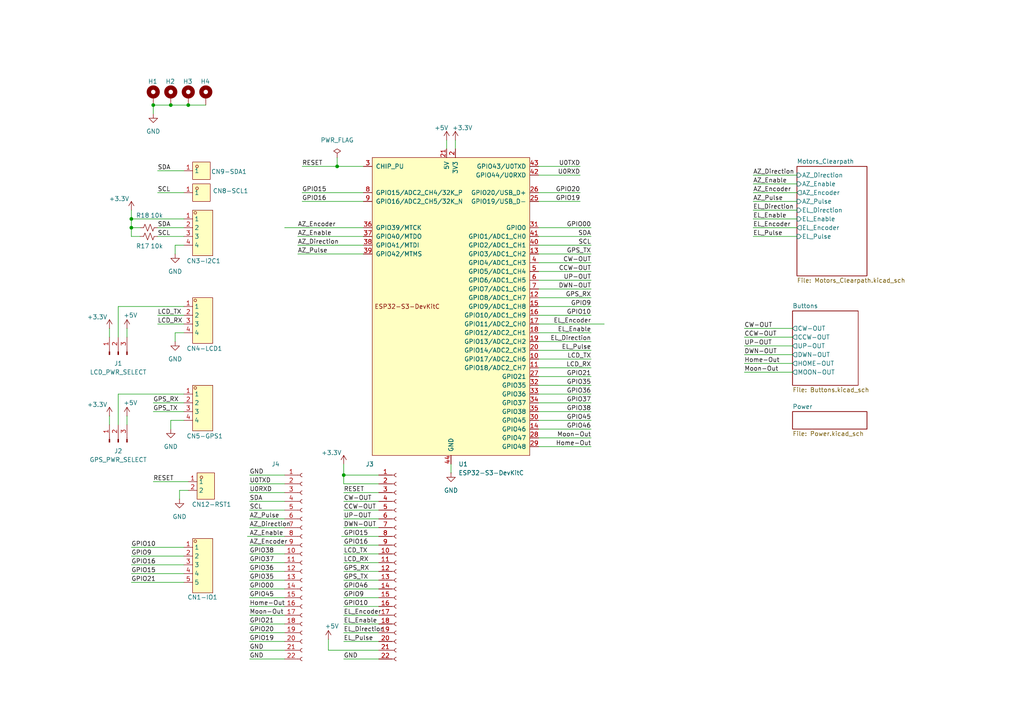
<source format=kicad_sch>
(kicad_sch (version 20250114) (generator "eeschema") (generator_version "9.0")
  (paper "A4")
  (lib_symbols
    (symbol "1x2-Connector-C441332:KF2EDGV-3.81-2P"
      (property "Reference" "CN" (at 0 6.35 0))
      (property "Value" "KF2EDGV-3.81-2P" (at 0 -6.35 0))
      (symbol "KF2EDGV-3.81-2P_0_1"
        (rectangle (start -2.54 3.81) (end 2.54 -3.81) (fill (type background)))
        (circle (center -1.27 2.54) (radius 0.38))
        (pin unspecified line (at -5.08 1.27 0) (length 2.54) (name "1") (number "1"))
        (pin unspecified line (at -5.08 -1.27 0) (length 2.54) (name "2") (number "2"))
      )
    )
    (symbol "1x4-Connector-C8410:WJ15EDGVC-3.81-4P"
      (property "Reference" "CN" (at 0 10.16 0))
      (property "Value" "WJ15EDGVC-3.81-4P" (at 0 -7.62 0))
      (symbol "WJ15EDGVC-3.81-4P_0_1"
        (rectangle (start -2.54 7.62) (end 3.3 -5.59) (fill (type background)))
        (circle (center -1.78 6.86) (radius 0.38))
        (pin unspecified line (at -5.08 5.08 0) (length 2.54) (name "1") (number "1"))
        (pin unspecified line (at -5.08 2.54 0) (length 2.54) (name "2") (number "2"))
        (pin unspecified line (at -5.08 0 0) (length 2.54) (name "3") (number "3"))
        (pin unspecified line (at -5.08 -2.54 0) (length 2.54) (name "4") (number "4"))
      )
    )
    (symbol "1x5-Connector-C8391:WJ15EDGVC-3.81-5P"
      (property "Reference" "CN" (at 0 10.16 0))
      (property "Value" "WJ15EDGVC-3.81-5P" (at 0 -10.16 0))
      (symbol "WJ15EDGVC-3.81-5P_0_1"
        (rectangle (start -1.27 7.62) (end 4.57 -8.13) (fill (type background)))
        (circle (center -0.51 6.86) (radius 0.38))
        (pin unspecified line (at -3.81 5.08 0) (length 2.54) (name "1") (number "1"))
        (pin unspecified line (at -3.81 2.54 0) (length 2.54) (name "2") (number "2"))
        (pin unspecified line (at -3.81 0 0) (length 2.54) (name "3") (number "3"))
        (pin unspecified line (at -3.81 -2.54 0) (length 2.54) (name "4") (number "4"))
        (pin unspecified line (at -3.81 -5.08 0) (length 2.54) (name "5") (number "5"))
      )
    )
    (symbol "C5199800-TestPoint:RH-5019"
      (property "Reference" "CN" (at 0 5.08 0))
      (property "Value" "RH-5019" (at 0 -5.08 0))
      (symbol "RH-5019_0_1"
        (rectangle (start -1.27 2.54) (end 3.81 -2.54) (fill (type background)))
        (circle (center 0 1.27) (radius 0.38))
        (pin unspecified line (at -3.81 0 0) (length 2.54) (name "1") (number "1"))
      )
    )
    (symbol "Connector:Conn_01x03_Pin" (pin_names (offset 1.016) (hide yes))
      (property "Reference" "J" (at 0 5.08 0))
      (property "Value" "Conn_01x03_Pin" (at 0 -5.08 0))
      (symbol "Conn_01x03_Pin_1_1"
        (rectangle (start 0.8636 2.667) (end 0 2.413) (stroke (width 0.1524)) (fill (type outline)))
        (rectangle (start 0.8636 0.127) (end 0 -0.127) (stroke (width 0.1524)) (fill (type outline)))
        (rectangle (start 0.8636 -2.413) (end 0 -2.667) (stroke (width 0.1524)) (fill (type outline)))
        (polyline (pts (xy 1.27 2.54) (xy 0.8636 2.54)) (stroke (width 0.1524)))
        (polyline (pts (xy 1.27 0) (xy 0.8636 0)) (stroke (width 0.1524)))
        (polyline (pts (xy 1.27 -2.54) (xy 0.8636 -2.54)) (stroke (width 0.1524)))
        (pin passive line (at 5.08 2.54 180) (length 3.81) (name "Pin_1") (number "1"))
        (pin passive line (at 5.08 0 180) (length 3.81) (name "Pin_2") (number "2"))
        (pin passive line (at 5.08 -2.54 180) (length 3.81) (name "Pin_3") (number "3"))
      )
    )
    (symbol "Connector:Conn_01x22_Socket" (pin_names (offset 1.016) (hide yes))
      (property "Reference" "J" (at 0 27.94 0))
      (property "Value" "Conn_01x22_Socket" (at 0 -30.48 0))
      (symbol "Conn_01x22_Socket_1_1"
        (polyline (pts (xy -1.27 25.4) (xy -0.508 25.4)) (stroke (width 0.1524)))
        (polyline (pts (xy -1.27 22.86) (xy -0.508 22.86)) (stroke (width 0.1524)))
        (polyline (pts (xy -1.27 20.32) (xy -0.508 20.32)) (stroke (width 0.1524)))
        (polyline (pts (xy -1.27 17.78) (xy -0.508 17.78)) (stroke (width 0.1524)))
        (polyline (pts (xy -1.27 15.24) (xy -0.508 15.24)) (stroke (width 0.1524)))
        (polyline (pts (xy -1.27 12.7) (xy -0.508 12.7)) (stroke (width 0.1524)))
        (polyline (pts (xy -1.27 10.16) (xy -0.508 10.16)) (stroke (width 0.1524)))
        (polyline (pts (xy -1.27 7.62) (xy -0.508 7.62)) (stroke (width 0.1524)))
        (polyline (pts (xy -1.27 5.08) (xy -0.508 5.08)) (stroke (width 0.1524)))
        (polyline (pts (xy -1.27 2.54) (xy -0.508 2.54)) (stroke (width 0.1524)))
        (polyline (pts (xy -1.27 0) (xy -0.508 0)) (stroke (width 0.1524)))
        (polyline (pts (xy -1.27 -2.54) (xy -0.508 -2.54)) (stroke (width 0.1524)))
        (polyline (pts (xy -1.27 -5.08) (xy -0.508 -5.08)) (stroke (width 0.1524)))
        (polyline (pts (xy -1.27 -7.62) (xy -0.508 -7.62)) (stroke (width 0.1524)))
        (polyline (pts (xy -1.27 -10.16) (xy -0.508 -10.16)) (stroke (width 0.1524)))
        (polyline (pts (xy -1.27 -12.7) (xy -0.508 -12.7)) (stroke (width 0.1524)))
        (polyline (pts (xy -1.27 -15.24) (xy -0.508 -15.24)) (stroke (width 0.1524)))
        (polyline (pts (xy -1.27 -17.78) (xy -0.508 -17.78)) (stroke (width 0.1524)))
        (polyline (pts (xy -1.27 -20.32) (xy -0.508 -20.32)) (stroke (width 0.1524)))
        (polyline (pts (xy -1.27 -22.86) (xy -0.508 -22.86)) (stroke (width 0.1524)))
        (polyline (pts (xy -1.27 -25.4) (xy -0.508 -25.4)) (stroke (width 0.1524)))
        (polyline (pts (xy -1.27 -27.94) (xy -0.508 -27.94)) (stroke (width 0.1524)))
        (arc (start 0 24.892) (mid -0.5058 25.4) (end 0 25.908) (stroke (width 0.1524)))
        (arc (start 0 22.352) (mid -0.5058 22.86) (end 0 23.368) (stroke (width 0.1524)))
        (arc (start 0 19.812) (mid -0.5058 20.32) (end 0 20.828) (stroke (width 0.1524)))
        (arc (start 0 17.272) (mid -0.5058 17.78) (end 0 18.288) (stroke (width 0.1524)))
        (arc (start 0 14.732) (mid -0.5058 15.24) (end 0 15.748) (stroke (width 0.1524)))
        (arc (start 0 12.192) (mid -0.5058 12.7) (end 0 13.208) (stroke (width 0.1524)))
        (arc (start 0 9.652) (mid -0.5058 10.16) (end 0 10.668) (stroke (width 0.1524)))
        (arc (start 0 7.112) (mid -0.5058 7.62) (end 0 8.128) (stroke (width 0.1524)))
        (arc (start 0 4.572) (mid -0.5058 5.08) (end 0 5.588) (stroke (width 0.1524)))
        (arc (start 0 2.032) (mid -0.5058 2.54) (end 0 3.048) (stroke (width 0.1524)))
        (arc (start 0 -0.508) (mid -0.5058 0) (end 0 0.508) (stroke (width 0.1524)))
        (arc (start 0 -3.048) (mid -0.5058 -2.54) (end 0 -2.032) (stroke (width 0.1524)))
        (arc (start 0 -5.588) (mid -0.5058 -5.08) (end 0 -4.572) (stroke (width 0.1524)))
        (arc (start 0 -8.128) (mid -0.5058 -7.62) (end 0 -7.112) (stroke (width 0.1524)))
        (arc (start 0 -10.668) (mid -0.5058 -10.16) (end 0 -9.652) (stroke (width 0.1524)))
        (arc (start 0 -13.208) (mid -0.5058 -12.7) (end 0 -12.192) (stroke (width 0.1524)))
        (arc (start 0 -15.748) (mid -0.5058 -15.24) (end 0 -14.732) (stroke (width 0.1524)))
        (arc (start 0 -18.288) (mid -0.5058 -17.78) (end 0 -17.272) (stroke (width 0.1524)))
        (arc (start 0 -20.828) (mid -0.5058 -20.32) (end 0 -19.812) (stroke (width 0.1524)))
        (arc (start 0 -23.368) (mid -0.5058 -22.86) (end 0 -22.352) (stroke (width 0.1524)))
        (arc (start 0 -25.908) (mid -0.5058 -25.4) (end 0 -24.892) (stroke (width 0.1524)))
        (arc (start 0 -28.448) (mid -0.5058 -27.94) (end 0 -27.432) (stroke (width 0.1524)))
        (pin passive line (at -5.08 25.4 0) (length 3.81) (name "Pin_1") (number "1"))
        (pin passive line (at -5.08 22.86 0) (length 3.81) (name "Pin_2") (number "2"))
        (pin passive line (at -5.08 20.32 0) (length 3.81) (name "Pin_3") (number "3"))
        (pin passive line (at -5.08 17.78 0) (length 3.81) (name "Pin_4") (number "4"))
        (pin passive line (at -5.08 15.24 0) (length 3.81) (name "Pin_5") (number "5"))
        (pin passive line (at -5.08 12.7 0) (length 3.81) (name "Pin_6") (number "6"))
        (pin passive line (at -5.08 10.16 0) (length 3.81) (name "Pin_7") (number "7"))
        (pin passive line (at -5.08 7.62 0) (length 3.81) (name "Pin_8") (number "8"))
        (pin passive line (at -5.08 5.08 0) (length 3.81) (name "Pin_9") (number "9"))
        (pin passive line (at -5.08 2.54 0) (length 3.81) (name "Pin_10") (number "10"))
        (pin passive line (at -5.08 0 0) (length 3.81) (name "Pin_11") (number "11"))
        (pin passive line (at -5.08 -2.54 0) (length 3.81) (name "Pin_12") (number "12"))
        (pin passive line (at -5.08 -5.08 0) (length 3.81) (name "Pin_13") (number "13"))
        (pin passive line (at -5.08 -7.62 0) (length 3.81) (name "Pin_14") (number "14"))
        (pin passive line (at -5.08 -10.16 0) (length 3.81) (name "Pin_15") (number "15"))
        (pin passive line (at -5.08 -12.7 0) (length 3.81) (name "Pin_16") (number "16"))
        (pin passive line (at -5.08 -15.24 0) (length 3.81) (name "Pin_17") (number "17"))
        (pin passive line (at -5.08 -17.78 0) (length 3.81) (name "Pin_18") (number "18"))
        (pin passive line (at -5.08 -20.32 0) (length 3.81) (name "Pin_19") (number "19"))
        (pin passive line (at -5.08 -22.86 0) (length 3.81) (name "Pin_20") (number "20"))
        (pin passive line (at -5.08 -25.4 0) (length 3.81) (name "Pin_21") (number "21"))
        (pin passive line (at -5.08 -27.94 0) (length 3.81) (name "Pin_22") (number "22"))
      )
    )
    (symbol "Device:R_Small_US" (pin_numbers (hide yes)) (pin_names (offset 0.254) (hide yes))
      (property "Reference" "R" (at 0.762 0.508 0))
      (property "Value" "R_Small_US" (at 0.762 -1.016 0))
      (symbol "R_Small_US_1_1"
        (polyline (pts (xy 0 1.524) (xy 1.016 1.143) (xy 0 0.762) (xy -1.016 0.381) (xy 0 0)))
        (polyline (pts (xy 0 0) (xy 1.016 -0.381) (xy 0 -0.762) (xy -1.016 -1.143) (xy 0 -1.524)))
        (pin passive line (at 0 2.54 270) (length 1.016) (name "~") (number "1"))
        (pin passive line (at 0 -2.54 90) (length 1.016) (name "~") (number "2"))
      )
    )
    (symbol "Espressif:ESP32-S3-DevKitC" (pin_names (offset 1.016))
      (property "Reference" "U" (at -22.86 48.26 0))
      (property "Value" "ESP32-S3-DevKitC" (at -22.86 45.72 0))
      (symbol "ESP32-S3-DevKitC_0_0"
        (text "ESP32-S3-DevKitC" (at -12.7 0 0) (effects (font (size 1.27 1.27))))
        (pin bidirectional line (at -25.4 15.24 0) (length 2.54) (name "GPIO42/MTMS") (number "39"))
        (pin power_in line (at 0 -45.72 90) (length 2.54) (name "GND") (number "44"))
        (pin bidirectional line (at 25.4 40.64 180) (length 2.54) (name "GPIO43/U0TXD") (number "43"))
        (pin bidirectional line (at 25.4 38.1 180) (length 2.54) (name "GPIO44/U0RXD") (number "42"))
        (pin bidirectional line (at 25.4 20.32 180) (length 2.54) (name "GPIO1/ADC1_CH0") (number "41"))
        (pin bidirectional line (at 25.4 17.78 180) (length 2.54) (name "GPIO2/ADC1_CH1") (number "40"))
        (pin bidirectional line (at 25.4 -10.16 180) (length 2.54) (name "GPIO13/ADC2_CH2") (number "19"))
        (pin bidirectional line (at 25.4 -35.56 180) (length 2.54) (name "GPIO46") (number "14"))
      )
      (symbol "ESP32-S3-DevKitC_0_1"
        (rectangle (start -22.86 43.18) (end 22.86 -43.18) (fill (type background)))
        (pin power_in line (at 1.27 45.72 270) (length 2.54) (name "3V3") (number "2"))
      )
      (symbol "ESP32-S3-DevKitC_1_1"
        (pin input line (at -25.4 40.64 0) (length 2.54) (name "CHIP_PU") (number "3"))
        (pin bidirectional line (at -25.4 33.02 0) (length 2.54) (name "GPIO15/ADC2_CH4/32K_P") (number "8"))
        (pin bidirectional line (at -25.4 30.48 0) (length 2.54) (name "GPIO16/ADC2_CH5/32K_N") (number "9"))
        (pin bidirectional line (at -25.4 22.86 0) (length 2.54) (name "GPIO39/MTCK") (number "36"))
        (pin bidirectional line (at -25.4 20.32 0) (length 2.54) (name "GPIO40/MTDO") (number "37"))
        (pin bidirectional line (at -25.4 17.78 0) (length 2.54) (name "GPIO41/MTDI") (number "38"))
        (pin power_in line (at -1.27 45.72 270) (length 2.54) (name "5V") (number "21"))
        (pin passive line (at 0 -45.72 90) (length 2.54) (hide yes) (name "GND") (number "22"))
        (pin passive line (at 0 -45.72 90) (length 2.54) (hide yes) (name "GND") (number "23"))
        (pin passive line (at 0 -45.72 90) (length 2.54) (hide yes) (name "GND") (number "24"))
        (pin passive line (at 1.27 45.72 270) (length 2.54) (hide yes) (name "3V3") (number "1"))
        (pin bidirectional line (at 25.4 33.02 180) (length 2.54) (name "GPIO20/USB_D+") (number "26"))
        (pin bidirectional line (at 25.4 30.48 180) (length 2.54) (name "GPIO19/USB_D-") (number "25"))
        (pin bidirectional line (at 25.4 22.86 180) (length 2.54) (name "GPIO0") (number "31"))
        (pin bidirectional line (at 25.4 15.24 180) (length 2.54) (name "GPIO3/ADC1_CH2") (number "13"))
        (pin bidirectional line (at 25.4 12.7 180) (length 2.54) (name "GPIO4/ADC1_CH3") (number "4"))
        (pin bidirectional line (at 25.4 10.16 180) (length 2.54) (name "GPIO5/ADC1_CH4") (number "5"))
        (pin bidirectional line (at 25.4 7.62 180) (length 2.54) (name "GPIO6/ADC1_CH5") (number "6"))
        (pin bidirectional line (at 25.4 5.08 180) (length 2.54) (name "GPIO7/ADC1_CH6") (number "7"))
        (pin bidirectional line (at 25.4 2.54 180) (length 2.54) (name "GPIO8/ADC1_CH7") (number "12"))
        (pin bidirectional line (at 25.4 0 180) (length 2.54) (name "GPIO9/ADC1_CH8") (number "15"))
        (pin bidirectional line (at 25.4 -2.54 180) (length 2.54) (name "GPIO10/ADC1_CH9") (number "16"))
        (pin bidirectional line (at 25.4 -5.08 180) (length 2.54) (name "GPIO11/ADC2_CH0") (number "17"))
        (pin bidirectional line (at 25.4 -7.62 180) (length 2.54) (name "GPIO12/ADC2_CH1") (number "18"))
        (pin bidirectional line (at 25.4 -12.7 180) (length 2.54) (name "GPIO14/ADC2_CH3") (number "20"))
        (pin bidirectional line (at 25.4 -15.24 180) (length 2.54) (name "GPIO17/ADC2_CH6") (number "10"))
        (pin bidirectional line (at 25.4 -17.78 180) (length 2.54) (name "GPIO18/ADC2_CH7") (number "11"))
        (pin bidirectional line (at 25.4 -20.32 180) (length 2.54) (name "GPIO21") (number "27"))
        (pin bidirectional line (at 25.4 -22.86 180) (length 2.54) (name "GPIO35") (number "32"))
        (pin bidirectional line (at 25.4 -25.4 180) (length 2.54) (name "GPIO36") (number "33"))
        (pin bidirectional line (at 25.4 -27.94 180) (length 2.54) (name "GPIO37") (number "34"))
        (pin bidirectional line (at 25.4 -30.48 180) (length 2.54) (name "GPIO38") (number "35"))
        (pin bidirectional line (at 25.4 -33.02 180) (length 2.54) (name "GPIO45") (number "30"))
        (pin bidirectional line (at 25.4 -38.1 180) (length 2.54) (name "GPIO47") (number "28"))
        (pin bidirectional line (at 25.4 -40.64 180) (length 2.54) (name "GPIO48") (number "29"))
      )
    )
    (symbol "Mechanical:MountingHole_Pad" (pin_numbers (hide yes)) (pin_names (offset 1.016) (hide yes)) (in_bom no)
      (property "Reference" "H" (at 0 6.35 0))
      (property "Value" "MountingHole_Pad" (at 0 4.445 0))
      (symbol "MountingHole_Pad_0_1"
        (circle (center 0 1.27) (radius 1.27) (stroke (width 1.27)))
      )
      (symbol "MountingHole_Pad_1_1"
        (pin input line (at 0 -2.54 90) (length 2.54) (name "1") (number "1"))
      )
    )
    (symbol "power:+3.3V" (power) (pin_numbers (hide yes)) (pin_names (offset 0) (hide yes))
      (property "Value" "+3.3V" (at 0 3.556 0))
      (symbol "+3.3V_0_1"
        (polyline (pts (xy -0.762 1.27) (xy 0 2.54)))
        (polyline (pts (xy 0 2.54) (xy 0.762 1.27)))
        (polyline (pts (xy 0 0) (xy 0 2.54)))
      )
      (symbol "+3.3V_1_1"
        (pin power_in line (at 0 0 90) (length 0) (name "~") (number "1"))
      )
    )
    (symbol "power:+5V" (power) (pin_numbers (hide yes)) (pin_names (offset 0) (hide yes))
      (property "Value" "+5V" (at 0 3.556 0))
      (symbol "+5V_0_1"
        (polyline (pts (xy -0.762 1.27) (xy 0 2.54)))
        (polyline (pts (xy 0 2.54) (xy 0.762 1.27)))
        (polyline (pts (xy 0 0) (xy 0 2.54)))
      )
      (symbol "+5V_1_1"
        (pin power_in line (at 0 0 90) (length 0) (name "~") (number "1"))
      )
    )
    (symbol "power:GND" (power) (pin_numbers (hide yes)) (pin_names (offset 0) (hide yes))
      (property "Value" "GND" (at 0 -3.81 0))
      (symbol "GND_0_1"
        (polyline (pts (xy 0 0) (xy 0 -1.27) (xy 1.27 -1.27) (xy 0 -2.54) (xy -1.27 -1.27) (xy 0 -1.27)))
      )
      (symbol "GND_1_1"
        (pin power_in line (at 0 0 270) (length 0) (name "~") (number "1"))
      )
    )
    (symbol "power:PWR_FLAG" (power) (pin_numbers (hide yes)) (pin_names (offset 0) (hide yes))
      (property "Value" "PWR_FLAG" (at 0 3.81 0))
      (symbol "PWR_FLAG_0_0"
        (pin power_out line (at 0 0 90) (length 0) (name "~") (number "1"))
      )
      (symbol "PWR_FLAG_0_1"
        (polyline (pts (xy 0 0) (xy 0 1.27) (xy -1.016 1.905) (xy 0 2.54) (xy 1.016 1.905) (xy 0 1.27)))
      )
    )
  )
  (junction (at 99.695 137.795))
  (junction (at 49.53 30.48))
  (junction (at 44.45 30.48))
  (junction (at 38.1 63.5))
  (junction (at 38.1 66.04))
  (junction (at 97.79 48.26))
  (junction (at 54.61 30.48))
  (wire (pts (xy 156.21 76.2) (xy 171.45 76.2)))
  (wire (pts (xy 97.79 45.72) (xy 97.79 48.26)))
  (wire (pts (xy 99.695 145.415) (xy 109.855 145.415)))
  (wire (pts (xy 72.39 186.055) (xy 82.55 186.055)))
  (wire (pts (xy 99.695 186.055) (xy 109.855 186.055)))
  (wire (pts (xy 44.45 30.48) (xy 49.53 30.48)))
  (wire (pts (xy 156.21 91.44) (xy 171.45 91.44)))
  (wire (pts (xy 72.39 140.335) (xy 82.55 140.335)))
  (wire (pts (xy 87.63 58.42) (xy 105.41 58.42)))
  (wire (pts (xy 218.44 63.5) (xy 231.14 63.5)))
  (wire (pts (xy 97.79 48.26) (xy 105.41 48.26)))
  (wire (pts (xy 99.695 140.335) (xy 109.855 140.335)))
  (wire (pts (xy 72.39 145.415) (xy 82.55 145.415)))
  (wire (pts (xy 45.72 68.58) (xy 53.34 68.58)))
  (wire (pts (xy 38.1 161.29) (xy 53.34 161.29)))
  (wire (pts (xy 72.39 153.035) (xy 82.55 153.035)))
  (wire (pts (xy 38.1 63.5) (xy 38.1 66.04)))
  (wire (pts (xy 34.29 123.19) (xy 34.29 114.3)))
  (wire (pts (xy 72.39 137.795) (xy 82.55 137.795)))
  (wire (pts (xy 53.34 63.5) (xy 38.1 63.5)))
  (wire (pts (xy 52.07 142.24) (xy 54.61 142.24)))
  (wire (pts (xy 156.21 81.28) (xy 171.45 81.28)))
  (wire (pts (xy 130.81 134.62) (xy 130.81 137.16)))
  (wire (pts (xy 38.1 60.96) (xy 38.1 63.5)))
  (wire (pts (xy 99.695 180.975) (xy 109.855 180.975)))
  (wire (pts (xy 38.1 66.04) (xy 40.64 66.04)))
  (wire (pts (xy 72.39 183.515) (xy 82.55 183.515)))
  (wire (pts (xy 72.39 158.115) (xy 82.55 158.115)))
  (wire (pts (xy 156.21 93.98) (xy 175.26 93.98)))
  (wire (pts (xy 99.695 175.895) (xy 109.855 175.895)))
  (wire (pts (xy 31.75 120.65) (xy 31.75 123.19)))
  (wire (pts (xy 45.72 55.88) (xy 53.34 55.88)))
  (wire (pts (xy 34.29 114.3) (xy 53.34 114.3)))
  (wire (pts (xy 54.61 30.48) (xy 59.69 30.48)))
  (wire (pts (xy 31.75 95.25) (xy 31.75 97.79)))
  (wire (pts (xy 156.21 68.58) (xy 171.45 68.58)))
  (wire (pts (xy 218.44 55.88) (xy 231.14 55.88)))
  (wire (pts (xy 99.695 150.495) (xy 109.855 150.495)))
  (wire (pts (xy 36.83 95.25) (xy 36.83 97.79)))
  (wire (pts (xy 44.45 139.7) (xy 54.61 139.7)))
  (wire (pts (xy 45.72 66.04) (xy 53.34 66.04)))
  (wire (pts (xy 99.695 183.515) (xy 109.855 183.515)))
  (wire (pts (xy 45.72 91.44) (xy 53.34 91.44)))
  (wire (pts (xy 72.39 180.975) (xy 82.55 180.975)))
  (wire (pts (xy 99.695 137.795) (xy 109.855 137.795)))
  (wire (pts (xy 34.29 88.9) (xy 53.34 88.9)))
  (wire (pts (xy 99.695 153.035) (xy 109.855 153.035)))
  (wire (pts (xy 215.9 102.87) (xy 229.87 102.87)))
  (wire (pts (xy 156.21 101.6) (xy 171.45 101.6)))
  (wire (pts (xy 45.72 93.98) (xy 53.34 93.98)))
  (wire (pts (xy 87.63 48.26) (xy 97.79 48.26)))
  (wire (pts (xy 156.21 55.88) (xy 168.275 55.88)))
  (wire (pts (xy 215.9 105.41) (xy 229.87 105.41)))
  (wire (pts (xy 218.44 60.96) (xy 231.14 60.96)))
  (wire (pts (xy 99.695 160.655) (xy 109.855 160.655)))
  (wire (pts (xy 71.755 155.575) (xy 82.55 155.575)))
  (wire (pts (xy 99.695 173.355) (xy 109.855 173.355)))
  (wire (pts (xy 72.39 163.195) (xy 82.55 163.195)))
  (wire (pts (xy 156.21 78.74) (xy 171.45 78.74)))
  (wire (pts (xy 132.08 40.64) (xy 132.08 43.18)))
  (wire (pts (xy 215.9 95.25) (xy 229.87 95.25)))
  (wire (pts (xy 72.39 178.435) (xy 82.55 178.435)))
  (wire (pts (xy 215.9 107.95) (xy 229.87 107.95)))
  (wire (pts (xy 95.25 185.42) (xy 95.25 188.595)))
  (wire (pts (xy 72.39 142.875) (xy 82.55 142.875)))
  (wire (pts (xy 38.1 163.83) (xy 53.34 163.83)))
  (wire (pts (xy 156.21 58.42) (xy 168.275 58.42)))
  (wire (pts (xy 72.39 188.595) (xy 82.55 188.595)))
  (wire (pts (xy 215.9 97.79) (xy 229.87 97.79)))
  (wire (pts (xy 86.36 71.12) (xy 105.41 71.12)))
  (wire (pts (xy 72.39 168.275) (xy 82.55 168.275)))
  (wire (pts (xy 156.21 50.8) (xy 168.275 50.8)))
  (wire (pts (xy 50.8 99.06) (xy 50.8 96.52)))
  (wire (pts (xy 99.695 163.195) (xy 109.855 163.195)))
  (wire (pts (xy 99.695 134.62) (xy 99.695 137.795)))
  (wire (pts (xy 156.21 124.46) (xy 171.45 124.46)))
  (wire (pts (xy 50.8 73.66) (xy 50.8 71.12)))
  (wire (pts (xy 156.21 96.52) (xy 171.45 96.52)))
  (wire (pts (xy 50.8 96.52) (xy 53.34 96.52)))
  (wire (pts (xy 156.21 88.9) (xy 171.45 88.9)))
  (wire (pts (xy 87.63 55.88) (xy 105.41 55.88)))
  (wire (pts (xy 38.1 68.58) (xy 40.64 68.58)))
  (wire (pts (xy 99.695 142.875) (xy 109.855 142.875)))
  (wire (pts (xy 156.21 127) (xy 171.45 127)))
  (wire (pts (xy 72.39 175.895) (xy 82.55 175.895)))
  (wire (pts (xy 99.695 165.735) (xy 109.855 165.735)))
  (wire (pts (xy 72.39 150.495) (xy 82.55 150.495)))
  (wire (pts (xy 86.36 73.66) (xy 105.41 73.66)))
  (wire (pts (xy 72.39 170.815) (xy 82.55 170.815)))
  (wire (pts (xy 52.07 144.78) (xy 52.07 142.24)))
  (wire (pts (xy 45.72 49.53) (xy 53.34 49.53)))
  (wire (pts (xy 218.44 58.42) (xy 231.14 58.42)))
  (wire (pts (xy 99.695 137.795) (xy 99.695 140.335)))
  (wire (pts (xy 34.29 97.79) (xy 34.29 88.9)))
  (wire (pts (xy 129.54 40.64) (xy 129.54 43.18)))
  (wire (pts (xy 156.21 114.3) (xy 171.45 114.3)))
  (wire (pts (xy 38.1 158.75) (xy 53.34 158.75)))
  (wire (pts (xy 156.21 116.84) (xy 171.45 116.84)))
  (wire (pts (xy 49.53 124.46) (xy 49.53 121.92)))
  (wire (pts (xy 72.39 165.735) (xy 82.55 165.735)))
  (wire (pts (xy 156.21 83.82) (xy 171.45 83.82)))
  (wire (pts (xy 156.21 71.12) (xy 171.45 71.12)))
  (wire (pts (xy 72.39 173.355) (xy 82.55 173.355)))
  (wire (pts (xy 218.44 53.34) (xy 231.14 53.34)))
  (wire (pts (xy 156.21 111.76) (xy 171.45 111.76)))
  (wire (pts (xy 44.45 30.48) (xy 44.45 33.02)))
  (wire (pts (xy 215.9 100.33) (xy 229.87 100.33)))
  (wire (pts (xy 82.55 66.04) (xy 105.41 66.04)))
  (wire (pts (xy 44.45 116.84) (xy 53.34 116.84)))
  (wire (pts (xy 86.36 68.58) (xy 105.41 68.58)))
  (wire (pts (xy 72.39 147.955) (xy 82.55 147.955)))
  (wire (pts (xy 99.695 191.135) (xy 109.855 191.135)))
  (wire (pts (xy 99.695 158.115) (xy 109.855 158.115)))
  (wire (pts (xy 36.83 120.65) (xy 36.83 123.19)))
  (wire (pts (xy 72.39 160.655) (xy 82.55 160.655)))
  (wire (pts (xy 156.21 73.66) (xy 171.45 73.66)))
  (wire (pts (xy 218.44 68.58) (xy 231.14 68.58)))
  (wire (pts (xy 72.39 191.135) (xy 82.55 191.135)))
  (wire (pts (xy 156.21 104.14) (xy 171.45 104.14)))
  (wire (pts (xy 38.1 166.37) (xy 53.34 166.37)))
  (wire (pts (xy 95.25 188.595) (xy 109.855 188.595)))
  (wire (pts (xy 99.695 147.955) (xy 109.855 147.955)))
  (wire (pts (xy 99.695 168.275) (xy 109.855 168.275)))
  (wire (pts (xy 156.21 119.38) (xy 171.45 119.38)))
  (wire (pts (xy 156.21 129.54) (xy 171.45 129.54)))
  (wire (pts (xy 49.53 121.92) (xy 53.34 121.92)))
  (wire (pts (xy 49.53 30.48) (xy 54.61 30.48)))
  (wire (pts (xy 99.695 170.815) (xy 109.855 170.815)))
  (wire (pts (xy 156.21 66.04) (xy 171.45 66.04)))
  (wire (pts (xy 156.21 86.36) (xy 171.45 86.36)))
  (wire (pts (xy 38.1 168.91) (xy 53.34 168.91)))
  (wire (pts (xy 218.44 66.04) (xy 231.14 66.04)))
  (wire (pts (xy 50.8 71.12) (xy 53.34 71.12)))
  (wire (pts (xy 99.06 155.575) (xy 109.855 155.575)))
  (wire (pts (xy 218.44 50.8) (xy 231.14 50.8)))
  (wire (pts (xy 156.21 106.68) (xy 171.45 106.68)))
  (wire (pts (xy 156.21 99.06) (xy 171.45 99.06)))
  (wire (pts (xy 44.45 119.38) (xy 53.34 119.38)))
  (wire (pts (xy 38.1 66.04) (xy 38.1 68.58)))
  (wire (pts (xy 156.21 109.22) (xy 171.45 109.22)))
  (wire (pts (xy 156.21 48.26) (xy 168.275 48.26)))
  (wire (pts (xy 99.695 178.435) (xy 109.855 178.435)))
  (wire (pts (xy 156.21 121.92) (xy 171.45 121.92)))
  (label "EL_Pulse" (at 99.695 186.055 0))
  (label "GPIO15" (at 87.63 55.88 0))
  (label "EL_Enable" (at 171.45 96.52 180))
  (label "GPIO9" (at 171.45 88.9 180))
  (label "SCL" (at 45.72 68.58 0))
  (label "GPIO19" (at 72.39 186.055 0))
  (label "GPIO16" (at 38.1 163.83 0))
  (label "RESET" (at 44.45 139.7 0))
  (label "EL_Direction" (at 99.695 183.515 0))
  (label "LCD_RX" (at 45.72 93.98 0))
  (label "AZ_Direction" (at 86.36 71.12 0))
  (label "EL_Direction" (at 218.44 60.96 0))
  (label "CCW-OUT" (at 171.45 78.74 180))
  (label "GPIO45" (at 72.39 173.355 0))
  (label "GPIO37" (at 72.39 163.195 0))
  (label "SDA" (at 45.72 66.04 0))
  (label "AZ_Enable" (at 86.36 68.58 0))
  (label "GPIO16" (at 99.695 158.115 0))
  (label "GPIO10" (at 38.1 158.75 0))
  (label "Home-Out" (at 72.39 175.895 0))
  (label "CW-OUT" (at 99.695 145.415 0))
  (label "GPS_TX" (at 99.695 168.275 0))
  (label "GND" (at 99.695 191.135 0))
  (label "GPIO00" (at 72.39 170.815 0))
  (label "DWN-OUT" (at 171.45 83.82 180))
  (label "GPIO00" (at 171.45 66.04 180))
  (label "U0RXD" (at 168.275 50.8 180))
  (label "GPIO36" (at 72.39 165.735 0))
  (label "EL_Encoder" (at 171.45 93.98 180))
  (label "GPIO21" (at 171.45 109.22 180))
  (label "AZ_Enable" (at 218.44 53.34 0))
  (label "AZ_Encoder" (at 86.36 66.04 0))
  (label "RESET" (at 87.63 48.26 0))
  (label "RESET" (at 99.695 142.875 0))
  (label "CCW-OUT" (at 215.9 97.79 0))
  (label "CW-OUT" (at 171.45 76.2 180))
  (label "U0RXD" (at 72.39 142.875 0))
  (label "Moon-Out" (at 72.39 178.435 0))
  (label "GPS_RX" (at 44.45 116.84 0))
  (label "CW-OUT" (at 215.9 95.25 0))
  (label "Home-Out" (at 215.9 105.41 0))
  (label "CCW-OUT" (at 99.695 147.955 0))
  (label "GPIO37" (at 171.45 116.84 180))
  (label "GPS_RX" (at 171.45 86.36 180))
  (label "GPIO21" (at 38.1 168.91 0))
  (label "GPIO45" (at 171.45 121.92 180))
  (label "AZ_Encoder" (at 72.39 158.115 0))
  (label "GPIO10" (at 171.45 91.44 180))
  (label "GPIO10" (at 99.695 175.895 0))
  (label "GPIO46" (at 171.45 124.46 180))
  (label "LCD_RX" (at 99.695 163.195 0))
  (label "U0TXD" (at 168.275 48.26 180))
  (label "LCD_RX" (at 171.45 106.68 180))
  (label "UP-OUT" (at 215.9 100.33 0))
  (label "AZ_Encoder" (at 218.44 55.88 0))
  (label "UP-OUT" (at 99.695 150.495 0))
  (label "GPIO21" (at 72.39 180.975 0))
  (label "EL_Pulse" (at 218.44 68.58 0))
  (label "GPIO20" (at 72.39 183.515 0))
  (label "GPS_TX" (at 171.45 73.66 180))
  (label "UP-OUT" (at 171.45 81.28 180))
  (label "SCL" (at 45.72 55.88 0))
  (label "EL_Encoder" (at 99.695 178.435 0))
  (label "DWN-OUT" (at 215.9 102.87 0))
  (label "GND" (at 72.39 191.135 0))
  (label "Moon-Out" (at 171.45 127 180))
  (label "AZ_Direction" (at 218.44 50.8 0))
  (label "GPS_RX" (at 99.695 165.735 0))
  (label "GPIO19" (at 168.275 58.42 180))
  (label "GPIO9" (at 99.695 173.355 0))
  (label "AZ_Enable" (at 72.39 155.575 0))
  (label "LCD_TX" (at 99.695 160.655 0))
  (label "GPIO36" (at 171.45 114.3 180))
  (label "GPIO38" (at 171.45 119.38 180))
  (label "SCL" (at 72.39 147.955 0))
  (label "GND" (at 72.39 188.595 0))
  (label "GPIO15" (at 38.1 166.37 0))
  (label "EL_Direction" (at 171.45 99.06 180))
  (label "AZ_Pulse" (at 218.44 58.42 0))
  (label "GND" (at 72.39 137.795 0))
  (label "GPIO15" (at 99.695 155.575 0))
  (label "SDA" (at 45.72 49.53 0))
  (label "GPIO9" (at 38.1 161.29 0))
  (label "GPIO20" (at 168.275 55.88 180))
  (label "LCD_TX" (at 171.45 104.14 180))
  (label "GPIO35" (at 72.39 168.275 0))
  (label "SCL" (at 171.45 71.12 180))
  (label "GPIO38" (at 72.39 160.655 0))
  (label "GPIO46" (at 99.695 170.815 0))
  (label "EL_Enable" (at 218.44 63.5 0))
  (label "LCD_TX" (at 45.72 91.44 0))
  (label "DWN-OUT" (at 99.695 153.035 0))
  (label "U0TXD" (at 72.39 140.335 0))
  (label "GPIO35" (at 171.45 111.76 180))
  (label "SDA" (at 171.45 68.58 180))
  (label "EL_Pulse" (at 171.45 101.6 180))
  (label "EL_Encoder" (at 218.44 66.04 0))
  (label "SDA" (at 72.39 145.415 0))
  (label "AZ_Pulse" (at 72.39 150.495 0))
  (label "AZ_Pulse" (at 86.36 73.66 0))
  (label "GPS_TX" (at 44.45 119.38 0))
  (label "Moon-Out" (at 215.9 107.95 0))
  (label "EL_Enable" (at 99.695 180.975 0))
  (label "AZ_Direction" (at 72.39 153.035 0))
  (label "Home-Out" (at 171.45 129.54 180))
  (label "GPIO16" (at 87.63 58.42 0))
  (symbol (lib_id "1x4-Connector-C8410:WJ15EDGVC-3.81-4P") (at 58.42 93.98 0) (unit 1)
    (property "Reference" "CN4-LCD1" (at 54.102 101.092 0) (effects (justify left)))
    (property "Value" "WJ15EDGVC-3.81-4P" (effects (hide yes)))
    (property "Footprint" "1x4-Connector-C8410:CONN-TH_4P-P3.81_WJ2EDGVC-3.81-4P" (effects (hide yes)))
    (property "Datasheet" "https://lcsc.com/product-detail/15EDG-Connectors_WJ15EDGVC-3-81-4P_C8410.html" (effects (hide yes)))
    (property "LCSC Part" "C8410" (effects (hide yes)))
  )
  (symbol (lib_id "Mechanical:MountingHole_Pad") (at 54.61 27.94 0) (unit 1) (in_bom no)
    (property "Reference" "H3" (at 53.086 23.622 0) (effects (justify left)))
    (property "Value" "MountingHole_Pad" (effects (hide yes)))
    (property "Footprint" "MountingHole:MountingHole_3.2mm_M3_Pad" (effects (hide yes)))
    (property "Description" "Mounting Hole with connection" (effects (hide yes)))
  )
  (symbol (lib_id "1x2-Connector-C441332:KF2EDGV-3.81-2P") (at 59.69 140.97 0) (unit 1)
    (property "Reference" "CN12-RST1" (at 55.626 146.304 0) (effects (justify left)))
    (property "Value" "KF2EDGV-3.81-2P" (effects (hide yes)))
    (property "Footprint" "1x2-Connector-C441332:CONN-TH_2P-P3.81_KF2EDGV-3.81-2P" (effects (hide yes)))
    (property "Datasheet" "https://lcsc.com/product-detail/Pluggable-System-Terminal-Block_Cixi-Kefa-Elec-KF2EDGV-3-81-2P_C441332.html" (effects (hide yes)))
    (property "LCSC Part" "C441332" (effects (hide yes)))
  )
  (symbol (lib_id "Connector:Conn_01x22_Socket") (at 87.63 163.195 0) (unit 1)
    (property "Reference" "J4" (at 78.74 134.62 0) (effects (justify left)))
    (property "Value" "Conn_01x22_Socket" (effects (hide yes)))
    (property "Footprint" "Connector_PinSocket_2.54mm:PinSocket_1x22_P2.54mm_Vertical" (effects (hide yes)))
    (property "Description" "Generic connector, single row, 01x22, script generated" (effects (hide yes)))
  )
  (symbol (lib_id "power:+5V") (at 95.25 185.42 0) (unit 1)
    (property "Reference" "#PWR067" (effects (hide yes)))
    (property "Value" "+5V" (at 96.266 181.61 0))
    (property "Description" "Power symbol creates a global label with name \"+5V\"" (effects (hide yes)))
  )
  (symbol (lib_id "power:GND") (at 49.53 124.46 0) (unit 1)
    (property "Reference" "#PWR048" (effects (hide yes)))
    (property "Value" "GND" (at 49.53 129.54 0))
    (property "Description" "Power symbol creates a global label with name \"GND\" , ground" (effects (hide yes)))
  )
  (symbol (lib_id "Espressif:ESP32-S3-DevKitC") (at 130.81 88.9 0) (unit 1)
    (property "Reference" "U1" (at 132.9533 134.62 0) (effects (justify left)))
    (property "Value" "ESP32-S3-DevKitC" (at 132.9533 137.16 0) (effects (justify left)))
    (property "Footprint" "ESP32-S3-DevKit:ESP32-S3-DevKitC" (effects (hide yes)))
    (property "Description" "ESP32-S3-DevKitC" (effects (hide yes)))
  )
  (symbol (lib_id "1x4-Connector-C8410:WJ15EDGVC-3.81-4P") (at 58.42 119.38 0) (unit 1)
    (property "Reference" "CN5-GPS1" (at 54.102 126.492 0) (effects (justify left)))
    (property "Value" "WJ15EDGVC-3.81-4P" (effects (hide yes)))
    (property "Footprint" "1x4-Connector-C8410:CONN-TH_4P-P3.81_WJ2EDGVC-3.81-4P" (effects (hide yes)))
    (property "Datasheet" "https://lcsc.com/product-detail/15EDG-Connectors_WJ15EDGVC-3-81-4P_C8410.html" (effects (hide yes)))
    (property "LCSC Part" "C8410" (effects (hide yes)))
  )
  (symbol (lib_id "1x4-Connector-C8410:WJ15EDGVC-3.81-4P") (at 58.42 68.58 0) (unit 1)
    (property "Reference" "CN3-I2C1" (at 54.102 75.692 0) (effects (justify left)))
    (property "Value" "WJ15EDGVC-3.81-4P" (effects (hide yes)))
    (property "Footprint" "1x4-Connector-C8410:CONN-TH_4P-P3.81_WJ2EDGVC-3.81-4P" (effects (hide yes)))
    (property "Datasheet" "https://lcsc.com/product-detail/15EDG-Connectors_WJ15EDGVC-3-81-4P_C8410.html" (effects (hide yes)))
    (property "LCSC Part" "C8410" (effects (hide yes)))
  )
  (symbol (lib_id "power:+3.3V") (at 99.695 134.62 0) (unit 1)
    (property "Reference" "#PWR066" (effects (hide yes)))
    (property "Value" "+3.3V" (at 96.139 131.318 0))
    (property "Description" "Power symbol creates a global label with name \"+3.3V\"" (effects (hide yes)))
  )
  (symbol (lib_id "power:+3.3V") (at 38.1 60.96 0) (unit 1)
    (property "Reference" "#PWR040" (effects (hide yes)))
    (property "Value" "+3.3V" (at 34.544 57.658 0))
    (property "Description" "Power symbol creates a global label with name \"+3.3V\"" (effects (hide yes)))
  )
  (symbol (lib_id "C5199800-TestPoint:RH-5019") (at 57.15 49.53 0) (unit 1)
    (property "Reference" "CN9-SDA1" (at 61.214 49.784 0) (effects (justify left)))
    (property "Value" "RH-5019" (effects (hide yes)))
    (property "Footprint" "C5199800-TestPoint:TESTPOINT-SMD_L3.8-W2.0_RH-5019" (effects (hide yes)))
    (property "LCSC Part" "C5199800" (effects (hide yes)))
  )
  (symbol (lib_id "power:GND") (at 130.81 137.16 0) (unit 1)
    (property "Reference" "#PWR023" (effects (hide yes)))
    (property "Value" "GND" (at 130.81 142.24 0))
    (property "Description" "Power symbol creates a global label with name \"GND\" , ground" (effects (hide yes)))
  )
  (symbol (lib_id "Mechanical:MountingHole_Pad") (at 44.45 27.94 0) (unit 1) (in_bom no)
    (property "Reference" "H1" (at 42.926 23.622 0) (effects (justify left)))
    (property "Value" "MountingHole_Pad" (effects (hide yes)))
    (property "Footprint" "MountingHole:MountingHole_3.2mm_M3_Pad" (effects (hide yes)))
    (property "Description" "Mounting Hole with connection" (effects (hide yes)))
  )
  (symbol (lib_id "power:GND") (at 52.07 144.78 0) (unit 1)
    (property "Reference" "#PWR055" (effects (hide yes)))
    (property "Value" "GND" (at 52.07 149.86 0))
    (property "Description" "Power symbol creates a global label with name \"GND\" , ground" (effects (hide yes)))
  )
  (symbol (lib_id "power:+5V") (at 36.83 120.65 0) (unit 1)
    (property "Reference" "#PWR047" (effects (hide yes)))
    (property "Value" "+5V" (at 37.846 116.84 0))
    (property "Description" "Power symbol creates a global label with name \"+5V\"" (effects (hide yes)))
  )
  (symbol (lib_id "power:+3.3V") (at 132.08 40.64 0) (unit 1)
    (property "Reference" "#PWR021" (effects (hide yes)))
    (property "Value" "+3.3V" (at 134.112 37.084 0))
    (property "Description" "Power symbol creates a global label with name \"+3.3V\"" (effects (hide yes)))
  )
  (symbol (lib_id "Connector:Conn_01x22_Socket") (at 114.935 163.195 0) (unit 1)
    (property "Reference" "J3" (at 106.045 134.62 0) (effects (justify left)))
    (property "Value" "Conn_01x22_Socket" (effects (hide yes)))
    (property "Footprint" "Connector_PinSocket_2.54mm:PinSocket_1x22_P2.54mm_Vertical" (effects (hide yes)))
    (property "Description" "Generic connector, single row, 01x22, script generated" (effects (hide yes)))
  )
  (symbol (lib_id "Connector:Conn_01x03_Pin") (at 34.29 102.87 90) (unit 1)
    (property "Reference" "J1" (at 34.29 105.41 90))
    (property "Value" "LCD_PWR_SELECT" (at 34.29 107.95 90))
    (property "Footprint" "Connector_PinHeader_2.54mm:PinHeader_1x03_P2.54mm_Vertical" (effects (hide yes)))
    (property "Description" "Generic connector, single row, 01x03, script generated" (effects (hide yes)))
  )
  (symbol (lib_id "power:PWR_FLAG") (at 97.79 45.72 0) (unit 1)
    (property "Reference" "#FLG03" (effects (hide yes)))
    (property "Value" "PWR_FLAG" (at 97.79 40.64 0))
    (property "Description" "Special symbol for telling ERC where power comes from" (effects (hide yes)))
  )
  (symbol (lib_id "power:+5V") (at 129.54 40.64 0) (unit 1)
    (property "Reference" "#PWR022" (effects (hide yes)))
    (property "Value" "+5V" (at 128.016 37.084 0))
    (property "Description" "Power symbol creates a global label with name \"+5V\"" (effects (hide yes)))
  )
  (symbol (lib_id "power:+3.3V") (at 31.75 95.25 0) (unit 1)
    (property "Reference" "#PWR043" (effects (hide yes)))
    (property "Value" "+3.3V" (at 28.194 91.948 0))
    (property "Description" "Power symbol creates a global label with name \"+3.3V\"" (effects (hide yes)))
  )
  (symbol (lib_id "power:GND") (at 44.45 33.02 0) (unit 1)
    (property "Reference" "#PWR038" (effects (hide yes)))
    (property "Value" "GND" (at 44.45 38.1 0))
    (property "Description" "Power symbol creates a global label with name \"GND\" , ground" (effects (hide yes)))
  )
  (symbol (lib_id "Mechanical:MountingHole_Pad") (at 49.53 27.94 0) (unit 1) (in_bom no)
    (property "Reference" "H2" (at 48.006 23.622 0) (effects (justify left)))
    (property "Value" "MountingHole_Pad" (effects (hide yes)))
    (property "Footprint" "MountingHole:MountingHole_3.2mm_M3_Pad" (effects (hide yes)))
    (property "Description" "Mounting Hole with connection" (effects (hide yes)))
  )
  (symbol (lib_id "Device:R_Small_US") (at 43.18 68.58 90) (unit 1)
    (property "Reference" "R17" (at 41.402 71.374 90))
    (property "Value" "10k" (at 45.466 71.374 90))
    (property "Footprint" "Resistor_SMD:R_0805_2012Metric" (effects (hide yes)))
    (property "Description" "Resistor, small US symbol" (effects (hide yes)))
  )
  (symbol (lib_id "Device:R_Small_US") (at 43.18 66.04 90) (unit 1)
    (property "Reference" "R18" (at 41.402 62.484 90))
    (property "Value" "10k" (at 45.466 62.484 90))
    (property "Footprint" "Resistor_SMD:R_0805_2012Metric" (effects (hide yes)))
    (property "Description" "Resistor, small US symbol" (effects (hide yes)))
  )
  (symbol (lib_id "Connector:Conn_01x03_Pin") (at 34.29 128.27 90) (unit 1)
    (property "Reference" "J2" (at 34.29 130.81 90))
    (property "Value" "GPS_PWR_SELECT" (at 34.29 133.35 90))
    (property "Footprint" "Connector_PinHeader_2.54mm:PinHeader_1x03_P2.54mm_Vertical" (effects (hide yes)))
    (property "Description" "Generic connector, single row, 01x03, script generated" (effects (hide yes)))
  )
  (symbol (lib_id "Mechanical:MountingHole_Pad") (at 59.69 27.94 0) (unit 1) (in_bom no)
    (property "Reference" "H4" (at 58.166 23.622 0) (effects (justify left)))
    (property "Value" "MountingHole_Pad" (effects (hide yes)))
    (property "Footprint" "MountingHole:MountingHole_3.2mm_M3_Pad" (effects (hide yes)))
    (property "Description" "Mounting Hole with connection" (effects (hide yes)))
  )
  (symbol (lib_id "1x5-Connector-C8391:WJ15EDGVC-3.81-5P") (at 57.15 163.83 0) (unit 1)
    (property "Reference" "CN1-IO1" (at 54.356 173.228 0) (effects (justify left)))
    (property "Value" "WJ15EDGVC-3.81-5P" (effects (hide yes)))
    (property "Footprint" "1x5-Connector-C8391:CONN-TH_WJ15EDGVC-3.81-5P" (effects (hide yes)))
    (property "Datasheet" "https://lcsc.com/product-detail/15EDG-Connectors_WJ15EDGVC-3-81-5P_C8391.html" (effects (hide yes)))
    (property "LCSC Part" "C8391" (effects (hide yes)))
  )
  (symbol (lib_id "power:GND") (at 50.8 99.06 0) (unit 1)
    (property "Reference" "#PWR045" (effects (hide yes)))
    (property "Value" "GND" (at 50.8 104.14 0))
    (property "Description" "Power symbol creates a global label with name \"GND\" , ground" (effects (hide yes)))
  )
  (symbol (lib_id "power:+5V") (at 36.83 95.25 0) (unit 1)
    (property "Reference" "#PWR044" (effects (hide yes)))
    (property "Value" "+5V" (at 37.846 91.44 0))
    (property "Description" "Power symbol creates a global label with name \"+5V\"" (effects (hide yes)))
  )
  (symbol (lib_id "power:+3.3V") (at 31.75 120.65 0) (unit 1)
    (property "Reference" "#PWR046" (effects (hide yes)))
    (property "Value" "+3.3V" (at 28.194 117.348 0))
    (property "Description" "Power symbol creates a global label with name \"+3.3V\"" (effects (hide yes)))
  )
  (symbol (lib_id "C5199800-TestPoint:RH-5019") (at 57.15 55.88 0) (unit 1)
    (property "Reference" "CN8-SCL1" (at 61.722 55.372 0) (effects (justify left)))
    (property "Value" "RH-5019" (effects (hide yes)))
    (property "Footprint" "C5199800-TestPoint:TESTPOINT-SMD_L3.8-W2.0_RH-5019" (effects (hide yes)))
    (property "LCSC Part" "C5199800" (effects (hide yes)))
  )
  (symbol (lib_id "power:GND") (at 50.8 73.66 0) (unit 1)
    (property "Reference" "#PWR042" (effects (hide yes)))
    (property "Value" "GND" (at 50.8 78.74 0))
    (property "Description" "Power symbol creates a global label with name \"GND\" , ground" (effects (hide yes)))
  )
  (sheet (at 229.87 119.38) (size 21.59 5.08) (stroke (width 0.1524))
    (property "Sheetname" "Power" (at 229.87 118.6684 0) (effects (justify left bottom)))
    (property "Sheetfile" "Power.kicad_sch" (at 229.87 125.0446 0) (effects (justify left top)))
  )
  (sheet (at 229.87 90.17) (size 19.05 21.59) (stroke (width 0.1524))
    (property "Sheetname" "Buttons" (at 229.87 89.4584 0) (effects (justify left bottom)))
    (property "Sheetfile" "Buttons.kicad_sch" (at 229.87 112.3446 0) (effects (justify left top)))
    (pin "CCW-OUT" output (at 229.87 97.79 180))
    (pin "HOME-OUT" output (at 229.87 105.41 180))
    (pin "DWN-OUT" output (at 229.87 102.87 180))
    (pin "CW-OUT" output (at 229.87 95.25 180))
    (pin "UP-OUT" output (at 229.87 100.33 180))
    (pin "MOON-OUT" output (at 229.87 107.95 180))
  )
  (sheet (at 231.14 48.26) (size 20.32 31.75) (stroke (width 0.1524))
    (property "Sheetname" "Motors_Clearpath" (at 231.14 47.5484 0) (effects (justify left bottom)))
    (property "Sheetfile" "Motors_Clearpath.kicad_sch" (at 231.14 80.5946 0) (effects (justify left top)))
    (pin "AZ_Direction" input (at 231.14 50.8 180))
    (pin "AZ_Enable" input (at 231.14 53.34 180))
    (pin "AZ_Encoder" output (at 231.14 55.88 180))
    (pin "AZ_Pulse" input (at 231.14 58.42 180))
    (pin "EL_Direction" input (at 231.14 60.96 180))
    (pin "EL_Enable" input (at 231.14 63.5 180))
    (pin "EL_Encoder" output (at 231.14 66.04 180))
    (pin "EL_Pulse" input (at 231.14 68.58 180))
  )
)
</source>
